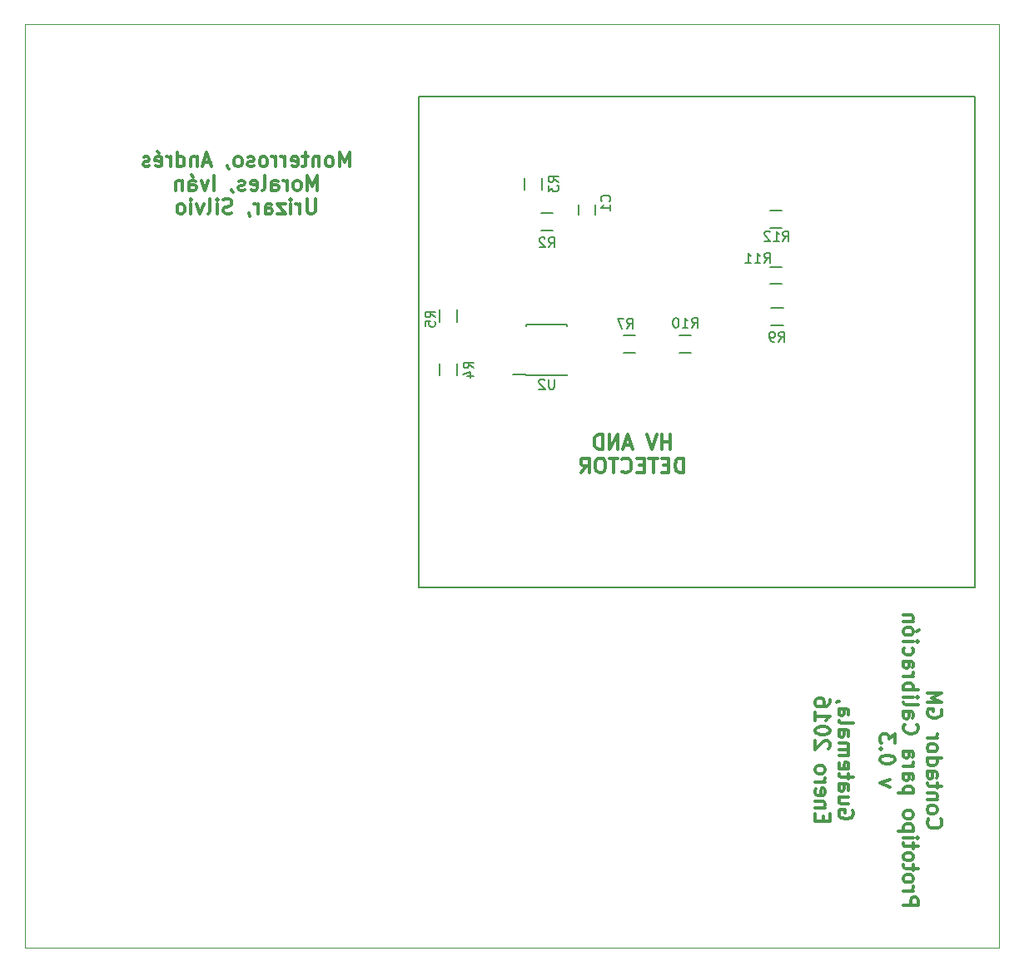
<source format=gbo>
%TF.GenerationSoftware,KiCad,Pcbnew,4.0.1-stable*%
%TF.CreationDate,2016-01-28T12:53:50-06:00*%
%TF.ProjectId,GMCounter,474D436F756E7465722E6B696361645F,rev?*%
%TF.FileFunction,Legend,Bot*%
%FSLAX46Y46*%
G04 Gerber Fmt 4.6, Leading zero omitted, Abs format (unit mm)*
G04 Created by KiCad (PCBNEW 4.0.1-stable) date 28/01/2016 12:53:50*
%MOMM*%
G01*
G04 APERTURE LIST*
%ADD10C,0.100000*%
%ADD11C,0.200000*%
%ADD12C,0.300000*%
%ADD13C,0.150000*%
G04 APERTURE END LIST*
D10*
D11*
X150368000Y-53086000D02*
X150368000Y-50292000D01*
X150368000Y-100203000D02*
X150368000Y-53086000D01*
X150368000Y-50292000D02*
X93853000Y-50292000D01*
X93853000Y-100203000D02*
X94107000Y-100203000D01*
X93853000Y-50292000D02*
X93853000Y-100203000D01*
X94107000Y-100203000D02*
X150368000Y-100203000D01*
D12*
X119391428Y-86156071D02*
X119391428Y-84656071D01*
X119391428Y-85370357D02*
X118534285Y-85370357D01*
X118534285Y-86156071D02*
X118534285Y-84656071D01*
X118034285Y-84656071D02*
X117534285Y-86156071D01*
X117034285Y-84656071D01*
X115462857Y-85727500D02*
X114748571Y-85727500D01*
X115605714Y-86156071D02*
X115105714Y-84656071D01*
X114605714Y-86156071D01*
X114105714Y-86156071D02*
X114105714Y-84656071D01*
X113248571Y-86156071D01*
X113248571Y-84656071D01*
X112534285Y-86156071D02*
X112534285Y-84656071D01*
X112177142Y-84656071D01*
X111962857Y-84727500D01*
X111819999Y-84870357D01*
X111748571Y-85013214D01*
X111677142Y-85298929D01*
X111677142Y-85513214D01*
X111748571Y-85798929D01*
X111819999Y-85941786D01*
X111962857Y-86084643D01*
X112177142Y-86156071D01*
X112534285Y-86156071D01*
X120748571Y-88556071D02*
X120748571Y-87056071D01*
X120391428Y-87056071D01*
X120177143Y-87127500D01*
X120034285Y-87270357D01*
X119962857Y-87413214D01*
X119891428Y-87698929D01*
X119891428Y-87913214D01*
X119962857Y-88198929D01*
X120034285Y-88341786D01*
X120177143Y-88484643D01*
X120391428Y-88556071D01*
X120748571Y-88556071D01*
X119248571Y-87770357D02*
X118748571Y-87770357D01*
X118534285Y-88556071D02*
X119248571Y-88556071D01*
X119248571Y-87056071D01*
X118534285Y-87056071D01*
X118105714Y-87056071D02*
X117248571Y-87056071D01*
X117677142Y-88556071D02*
X117677142Y-87056071D01*
X116748571Y-87770357D02*
X116248571Y-87770357D01*
X116034285Y-88556071D02*
X116748571Y-88556071D01*
X116748571Y-87056071D01*
X116034285Y-87056071D01*
X114534285Y-88413214D02*
X114605714Y-88484643D01*
X114820000Y-88556071D01*
X114962857Y-88556071D01*
X115177142Y-88484643D01*
X115320000Y-88341786D01*
X115391428Y-88198929D01*
X115462857Y-87913214D01*
X115462857Y-87698929D01*
X115391428Y-87413214D01*
X115320000Y-87270357D01*
X115177142Y-87127500D01*
X114962857Y-87056071D01*
X114820000Y-87056071D01*
X114605714Y-87127500D01*
X114534285Y-87198929D01*
X114105714Y-87056071D02*
X113248571Y-87056071D01*
X113677142Y-88556071D02*
X113677142Y-87056071D01*
X112462857Y-87056071D02*
X112177143Y-87056071D01*
X112034285Y-87127500D01*
X111891428Y-87270357D01*
X111820000Y-87556071D01*
X111820000Y-88056071D01*
X111891428Y-88341786D01*
X112034285Y-88484643D01*
X112177143Y-88556071D01*
X112462857Y-88556071D01*
X112605714Y-88484643D01*
X112748571Y-88341786D01*
X112820000Y-88056071D01*
X112820000Y-87556071D01*
X112748571Y-87270357D01*
X112605714Y-87127500D01*
X112462857Y-87056071D01*
X110319999Y-88556071D02*
X110819999Y-87841786D01*
X111177142Y-88556071D02*
X111177142Y-87056071D01*
X110605714Y-87056071D01*
X110462856Y-87127500D01*
X110391428Y-87198929D01*
X110319999Y-87341786D01*
X110319999Y-87556071D01*
X110391428Y-87698929D01*
X110462856Y-87770357D01*
X110605714Y-87841786D01*
X111177142Y-87841786D01*
X145691786Y-123792500D02*
X145620357Y-123863929D01*
X145548929Y-124078215D01*
X145548929Y-124221072D01*
X145620357Y-124435357D01*
X145763214Y-124578215D01*
X145906071Y-124649643D01*
X146191786Y-124721072D01*
X146406071Y-124721072D01*
X146691786Y-124649643D01*
X146834643Y-124578215D01*
X146977500Y-124435357D01*
X147048929Y-124221072D01*
X147048929Y-124078215D01*
X146977500Y-123863929D01*
X146906071Y-123792500D01*
X145548929Y-122935357D02*
X145620357Y-123078215D01*
X145691786Y-123149643D01*
X145834643Y-123221072D01*
X146263214Y-123221072D01*
X146406071Y-123149643D01*
X146477500Y-123078215D01*
X146548929Y-122935357D01*
X146548929Y-122721072D01*
X146477500Y-122578215D01*
X146406071Y-122506786D01*
X146263214Y-122435357D01*
X145834643Y-122435357D01*
X145691786Y-122506786D01*
X145620357Y-122578215D01*
X145548929Y-122721072D01*
X145548929Y-122935357D01*
X146548929Y-121792500D02*
X145548929Y-121792500D01*
X146406071Y-121792500D02*
X146477500Y-121721072D01*
X146548929Y-121578214D01*
X146548929Y-121363929D01*
X146477500Y-121221072D01*
X146334643Y-121149643D01*
X145548929Y-121149643D01*
X146548929Y-120649643D02*
X146548929Y-120078214D01*
X147048929Y-120435357D02*
X145763214Y-120435357D01*
X145620357Y-120363929D01*
X145548929Y-120221071D01*
X145548929Y-120078214D01*
X145548929Y-118935357D02*
X146334643Y-118935357D01*
X146477500Y-119006786D01*
X146548929Y-119149643D01*
X146548929Y-119435357D01*
X146477500Y-119578214D01*
X145620357Y-118935357D02*
X145548929Y-119078214D01*
X145548929Y-119435357D01*
X145620357Y-119578214D01*
X145763214Y-119649643D01*
X145906071Y-119649643D01*
X146048929Y-119578214D01*
X146120357Y-119435357D01*
X146120357Y-119078214D01*
X146191786Y-118935357D01*
X145548929Y-117578214D02*
X147048929Y-117578214D01*
X145620357Y-117578214D02*
X145548929Y-117721071D01*
X145548929Y-118006785D01*
X145620357Y-118149643D01*
X145691786Y-118221071D01*
X145834643Y-118292500D01*
X146263214Y-118292500D01*
X146406071Y-118221071D01*
X146477500Y-118149643D01*
X146548929Y-118006785D01*
X146548929Y-117721071D01*
X146477500Y-117578214D01*
X145548929Y-116649642D02*
X145620357Y-116792500D01*
X145691786Y-116863928D01*
X145834643Y-116935357D01*
X146263214Y-116935357D01*
X146406071Y-116863928D01*
X146477500Y-116792500D01*
X146548929Y-116649642D01*
X146548929Y-116435357D01*
X146477500Y-116292500D01*
X146406071Y-116221071D01*
X146263214Y-116149642D01*
X145834643Y-116149642D01*
X145691786Y-116221071D01*
X145620357Y-116292500D01*
X145548929Y-116435357D01*
X145548929Y-116649642D01*
X145548929Y-115506785D02*
X146548929Y-115506785D01*
X146263214Y-115506785D02*
X146406071Y-115435357D01*
X146477500Y-115363928D01*
X146548929Y-115221071D01*
X146548929Y-115078214D01*
X146977500Y-112649643D02*
X147048929Y-112792500D01*
X147048929Y-113006786D01*
X146977500Y-113221071D01*
X146834643Y-113363929D01*
X146691786Y-113435357D01*
X146406071Y-113506786D01*
X146191786Y-113506786D01*
X145906071Y-113435357D01*
X145763214Y-113363929D01*
X145620357Y-113221071D01*
X145548929Y-113006786D01*
X145548929Y-112863929D01*
X145620357Y-112649643D01*
X145691786Y-112578214D01*
X146191786Y-112578214D01*
X146191786Y-112863929D01*
X145548929Y-111935357D02*
X147048929Y-111935357D01*
X145977500Y-111435357D01*
X147048929Y-110935357D01*
X145548929Y-110935357D01*
X143148929Y-132578214D02*
X144648929Y-132578214D01*
X144648929Y-132006786D01*
X144577500Y-131863928D01*
X144506071Y-131792500D01*
X144363214Y-131721071D01*
X144148929Y-131721071D01*
X144006071Y-131792500D01*
X143934643Y-131863928D01*
X143863214Y-132006786D01*
X143863214Y-132578214D01*
X143148929Y-131078214D02*
X144148929Y-131078214D01*
X143863214Y-131078214D02*
X144006071Y-131006786D01*
X144077500Y-130935357D01*
X144148929Y-130792500D01*
X144148929Y-130649643D01*
X143148929Y-129935357D02*
X143220357Y-130078215D01*
X143291786Y-130149643D01*
X143434643Y-130221072D01*
X143863214Y-130221072D01*
X144006071Y-130149643D01*
X144077500Y-130078215D01*
X144148929Y-129935357D01*
X144148929Y-129721072D01*
X144077500Y-129578215D01*
X144006071Y-129506786D01*
X143863214Y-129435357D01*
X143434643Y-129435357D01*
X143291786Y-129506786D01*
X143220357Y-129578215D01*
X143148929Y-129721072D01*
X143148929Y-129935357D01*
X144148929Y-129006786D02*
X144148929Y-128435357D01*
X144648929Y-128792500D02*
X143363214Y-128792500D01*
X143220357Y-128721072D01*
X143148929Y-128578214D01*
X143148929Y-128435357D01*
X143148929Y-127721071D02*
X143220357Y-127863929D01*
X143291786Y-127935357D01*
X143434643Y-128006786D01*
X143863214Y-128006786D01*
X144006071Y-127935357D01*
X144077500Y-127863929D01*
X144148929Y-127721071D01*
X144148929Y-127506786D01*
X144077500Y-127363929D01*
X144006071Y-127292500D01*
X143863214Y-127221071D01*
X143434643Y-127221071D01*
X143291786Y-127292500D01*
X143220357Y-127363929D01*
X143148929Y-127506786D01*
X143148929Y-127721071D01*
X144148929Y-126792500D02*
X144148929Y-126221071D01*
X144648929Y-126578214D02*
X143363214Y-126578214D01*
X143220357Y-126506786D01*
X143148929Y-126363928D01*
X143148929Y-126221071D01*
X143148929Y-125721071D02*
X144148929Y-125721071D01*
X144648929Y-125721071D02*
X144577500Y-125792500D01*
X144506071Y-125721071D01*
X144577500Y-125649643D01*
X144648929Y-125721071D01*
X144506071Y-125721071D01*
X144148929Y-125006785D02*
X142648929Y-125006785D01*
X144077500Y-125006785D02*
X144148929Y-124863928D01*
X144148929Y-124578214D01*
X144077500Y-124435357D01*
X144006071Y-124363928D01*
X143863214Y-124292499D01*
X143434643Y-124292499D01*
X143291786Y-124363928D01*
X143220357Y-124435357D01*
X143148929Y-124578214D01*
X143148929Y-124863928D01*
X143220357Y-125006785D01*
X143148929Y-123435356D02*
X143220357Y-123578214D01*
X143291786Y-123649642D01*
X143434643Y-123721071D01*
X143863214Y-123721071D01*
X144006071Y-123649642D01*
X144077500Y-123578214D01*
X144148929Y-123435356D01*
X144148929Y-123221071D01*
X144077500Y-123078214D01*
X144006071Y-123006785D01*
X143863214Y-122935356D01*
X143434643Y-122935356D01*
X143291786Y-123006785D01*
X143220357Y-123078214D01*
X143148929Y-123221071D01*
X143148929Y-123435356D01*
X144148929Y-121149642D02*
X142648929Y-121149642D01*
X144077500Y-121149642D02*
X144148929Y-121006785D01*
X144148929Y-120721071D01*
X144077500Y-120578214D01*
X144006071Y-120506785D01*
X143863214Y-120435356D01*
X143434643Y-120435356D01*
X143291786Y-120506785D01*
X143220357Y-120578214D01*
X143148929Y-120721071D01*
X143148929Y-121006785D01*
X143220357Y-121149642D01*
X143148929Y-119149642D02*
X143934643Y-119149642D01*
X144077500Y-119221071D01*
X144148929Y-119363928D01*
X144148929Y-119649642D01*
X144077500Y-119792499D01*
X143220357Y-119149642D02*
X143148929Y-119292499D01*
X143148929Y-119649642D01*
X143220357Y-119792499D01*
X143363214Y-119863928D01*
X143506071Y-119863928D01*
X143648929Y-119792499D01*
X143720357Y-119649642D01*
X143720357Y-119292499D01*
X143791786Y-119149642D01*
X143148929Y-118435356D02*
X144148929Y-118435356D01*
X143863214Y-118435356D02*
X144006071Y-118363928D01*
X144077500Y-118292499D01*
X144148929Y-118149642D01*
X144148929Y-118006785D01*
X143148929Y-116863928D02*
X143934643Y-116863928D01*
X144077500Y-116935357D01*
X144148929Y-117078214D01*
X144148929Y-117363928D01*
X144077500Y-117506785D01*
X143220357Y-116863928D02*
X143148929Y-117006785D01*
X143148929Y-117363928D01*
X143220357Y-117506785D01*
X143363214Y-117578214D01*
X143506071Y-117578214D01*
X143648929Y-117506785D01*
X143720357Y-117363928D01*
X143720357Y-117006785D01*
X143791786Y-116863928D01*
X143291786Y-114149642D02*
X143220357Y-114221071D01*
X143148929Y-114435357D01*
X143148929Y-114578214D01*
X143220357Y-114792499D01*
X143363214Y-114935357D01*
X143506071Y-115006785D01*
X143791786Y-115078214D01*
X144006071Y-115078214D01*
X144291786Y-115006785D01*
X144434643Y-114935357D01*
X144577500Y-114792499D01*
X144648929Y-114578214D01*
X144648929Y-114435357D01*
X144577500Y-114221071D01*
X144506071Y-114149642D01*
X143148929Y-112863928D02*
X143934643Y-112863928D01*
X144077500Y-112935357D01*
X144148929Y-113078214D01*
X144148929Y-113363928D01*
X144077500Y-113506785D01*
X143220357Y-112863928D02*
X143148929Y-113006785D01*
X143148929Y-113363928D01*
X143220357Y-113506785D01*
X143363214Y-113578214D01*
X143506071Y-113578214D01*
X143648929Y-113506785D01*
X143720357Y-113363928D01*
X143720357Y-113006785D01*
X143791786Y-112863928D01*
X143148929Y-111935356D02*
X143220357Y-112078214D01*
X143363214Y-112149642D01*
X144648929Y-112149642D01*
X143148929Y-111363928D02*
X144148929Y-111363928D01*
X144648929Y-111363928D02*
X144577500Y-111435357D01*
X144506071Y-111363928D01*
X144577500Y-111292500D01*
X144648929Y-111363928D01*
X144506071Y-111363928D01*
X143148929Y-110649642D02*
X144648929Y-110649642D01*
X144077500Y-110649642D02*
X144148929Y-110506785D01*
X144148929Y-110221071D01*
X144077500Y-110078214D01*
X144006071Y-110006785D01*
X143863214Y-109935356D01*
X143434643Y-109935356D01*
X143291786Y-110006785D01*
X143220357Y-110078214D01*
X143148929Y-110221071D01*
X143148929Y-110506785D01*
X143220357Y-110649642D01*
X143148929Y-109292499D02*
X144148929Y-109292499D01*
X143863214Y-109292499D02*
X144006071Y-109221071D01*
X144077500Y-109149642D01*
X144148929Y-109006785D01*
X144148929Y-108863928D01*
X143148929Y-107721071D02*
X143934643Y-107721071D01*
X144077500Y-107792500D01*
X144148929Y-107935357D01*
X144148929Y-108221071D01*
X144077500Y-108363928D01*
X143220357Y-107721071D02*
X143148929Y-107863928D01*
X143148929Y-108221071D01*
X143220357Y-108363928D01*
X143363214Y-108435357D01*
X143506071Y-108435357D01*
X143648929Y-108363928D01*
X143720357Y-108221071D01*
X143720357Y-107863928D01*
X143791786Y-107721071D01*
X143220357Y-106363928D02*
X143148929Y-106506785D01*
X143148929Y-106792499D01*
X143220357Y-106935357D01*
X143291786Y-107006785D01*
X143434643Y-107078214D01*
X143863214Y-107078214D01*
X144006071Y-107006785D01*
X144077500Y-106935357D01*
X144148929Y-106792499D01*
X144148929Y-106506785D01*
X144077500Y-106363928D01*
X143148929Y-105721071D02*
X144148929Y-105721071D01*
X144648929Y-105721071D02*
X144577500Y-105792500D01*
X144506071Y-105721071D01*
X144577500Y-105649643D01*
X144648929Y-105721071D01*
X144506071Y-105721071D01*
X143148929Y-104792499D02*
X143220357Y-104935357D01*
X143291786Y-105006785D01*
X143434643Y-105078214D01*
X143863214Y-105078214D01*
X144006071Y-105006785D01*
X144077500Y-104935357D01*
X144148929Y-104792499D01*
X144148929Y-104578214D01*
X144077500Y-104435357D01*
X144006071Y-104363928D01*
X143863214Y-104292499D01*
X143434643Y-104292499D01*
X143291786Y-104363928D01*
X143220357Y-104435357D01*
X143148929Y-104578214D01*
X143148929Y-104792499D01*
X144720357Y-104506785D02*
X144506071Y-104721071D01*
X144148929Y-103649642D02*
X143148929Y-103649642D01*
X144006071Y-103649642D02*
X144077500Y-103578214D01*
X144148929Y-103435356D01*
X144148929Y-103221071D01*
X144077500Y-103078214D01*
X143934643Y-103006785D01*
X143148929Y-103006785D01*
X141748929Y-120506785D02*
X140748929Y-120149642D01*
X141748929Y-119792500D01*
X142248929Y-117792500D02*
X142248929Y-117649643D01*
X142177500Y-117506786D01*
X142106071Y-117435357D01*
X141963214Y-117363928D01*
X141677500Y-117292500D01*
X141320357Y-117292500D01*
X141034643Y-117363928D01*
X140891786Y-117435357D01*
X140820357Y-117506786D01*
X140748929Y-117649643D01*
X140748929Y-117792500D01*
X140820357Y-117935357D01*
X140891786Y-118006786D01*
X141034643Y-118078214D01*
X141320357Y-118149643D01*
X141677500Y-118149643D01*
X141963214Y-118078214D01*
X142106071Y-118006786D01*
X142177500Y-117935357D01*
X142248929Y-117792500D01*
X140891786Y-116649643D02*
X140820357Y-116578215D01*
X140748929Y-116649643D01*
X140820357Y-116721072D01*
X140891786Y-116649643D01*
X140748929Y-116649643D01*
X142248929Y-116078214D02*
X142248929Y-115149643D01*
X141677500Y-115649643D01*
X141677500Y-115435357D01*
X141606071Y-115292500D01*
X141534643Y-115221071D01*
X141391786Y-115149643D01*
X141034643Y-115149643D01*
X140891786Y-115221071D01*
X140820357Y-115292500D01*
X140748929Y-115435357D01*
X140748929Y-115863929D01*
X140820357Y-116006786D01*
X140891786Y-116078214D01*
X86791285Y-57397071D02*
X86791285Y-55897071D01*
X86291285Y-56968500D01*
X85791285Y-55897071D01*
X85791285Y-57397071D01*
X84862713Y-57397071D02*
X85005571Y-57325643D01*
X85076999Y-57254214D01*
X85148428Y-57111357D01*
X85148428Y-56682786D01*
X85076999Y-56539929D01*
X85005571Y-56468500D01*
X84862713Y-56397071D01*
X84648428Y-56397071D01*
X84505571Y-56468500D01*
X84434142Y-56539929D01*
X84362713Y-56682786D01*
X84362713Y-57111357D01*
X84434142Y-57254214D01*
X84505571Y-57325643D01*
X84648428Y-57397071D01*
X84862713Y-57397071D01*
X83719856Y-56397071D02*
X83719856Y-57397071D01*
X83719856Y-56539929D02*
X83648428Y-56468500D01*
X83505570Y-56397071D01*
X83291285Y-56397071D01*
X83148428Y-56468500D01*
X83076999Y-56611357D01*
X83076999Y-57397071D01*
X82576999Y-56397071D02*
X82005570Y-56397071D01*
X82362713Y-55897071D02*
X82362713Y-57182786D01*
X82291285Y-57325643D01*
X82148427Y-57397071D01*
X82005570Y-57397071D01*
X80934142Y-57325643D02*
X81076999Y-57397071D01*
X81362713Y-57397071D01*
X81505570Y-57325643D01*
X81576999Y-57182786D01*
X81576999Y-56611357D01*
X81505570Y-56468500D01*
X81362713Y-56397071D01*
X81076999Y-56397071D01*
X80934142Y-56468500D01*
X80862713Y-56611357D01*
X80862713Y-56754214D01*
X81576999Y-56897071D01*
X80219856Y-57397071D02*
X80219856Y-56397071D01*
X80219856Y-56682786D02*
X80148428Y-56539929D01*
X80076999Y-56468500D01*
X79934142Y-56397071D01*
X79791285Y-56397071D01*
X79291285Y-57397071D02*
X79291285Y-56397071D01*
X79291285Y-56682786D02*
X79219857Y-56539929D01*
X79148428Y-56468500D01*
X79005571Y-56397071D01*
X78862714Y-56397071D01*
X78148428Y-57397071D02*
X78291286Y-57325643D01*
X78362714Y-57254214D01*
X78434143Y-57111357D01*
X78434143Y-56682786D01*
X78362714Y-56539929D01*
X78291286Y-56468500D01*
X78148428Y-56397071D01*
X77934143Y-56397071D01*
X77791286Y-56468500D01*
X77719857Y-56539929D01*
X77648428Y-56682786D01*
X77648428Y-57111357D01*
X77719857Y-57254214D01*
X77791286Y-57325643D01*
X77934143Y-57397071D01*
X78148428Y-57397071D01*
X77077000Y-57325643D02*
X76934143Y-57397071D01*
X76648428Y-57397071D01*
X76505571Y-57325643D01*
X76434143Y-57182786D01*
X76434143Y-57111357D01*
X76505571Y-56968500D01*
X76648428Y-56897071D01*
X76862714Y-56897071D01*
X77005571Y-56825643D01*
X77077000Y-56682786D01*
X77077000Y-56611357D01*
X77005571Y-56468500D01*
X76862714Y-56397071D01*
X76648428Y-56397071D01*
X76505571Y-56468500D01*
X75576999Y-57397071D02*
X75719857Y-57325643D01*
X75791285Y-57254214D01*
X75862714Y-57111357D01*
X75862714Y-56682786D01*
X75791285Y-56539929D01*
X75719857Y-56468500D01*
X75576999Y-56397071D01*
X75362714Y-56397071D01*
X75219857Y-56468500D01*
X75148428Y-56539929D01*
X75076999Y-56682786D01*
X75076999Y-57111357D01*
X75148428Y-57254214D01*
X75219857Y-57325643D01*
X75362714Y-57397071D01*
X75576999Y-57397071D01*
X74362714Y-57325643D02*
X74362714Y-57397071D01*
X74434142Y-57539929D01*
X74505571Y-57611357D01*
X72648428Y-56968500D02*
X71934142Y-56968500D01*
X72791285Y-57397071D02*
X72291285Y-55897071D01*
X71791285Y-57397071D01*
X71291285Y-56397071D02*
X71291285Y-57397071D01*
X71291285Y-56539929D02*
X71219857Y-56468500D01*
X71076999Y-56397071D01*
X70862714Y-56397071D01*
X70719857Y-56468500D01*
X70648428Y-56611357D01*
X70648428Y-57397071D01*
X69291285Y-57397071D02*
X69291285Y-55897071D01*
X69291285Y-57325643D02*
X69434142Y-57397071D01*
X69719856Y-57397071D01*
X69862714Y-57325643D01*
X69934142Y-57254214D01*
X70005571Y-57111357D01*
X70005571Y-56682786D01*
X69934142Y-56539929D01*
X69862714Y-56468500D01*
X69719856Y-56397071D01*
X69434142Y-56397071D01*
X69291285Y-56468500D01*
X68576999Y-57397071D02*
X68576999Y-56397071D01*
X68576999Y-56682786D02*
X68505571Y-56539929D01*
X68434142Y-56468500D01*
X68291285Y-56397071D01*
X68148428Y-56397071D01*
X67077000Y-57325643D02*
X67219857Y-57397071D01*
X67505571Y-57397071D01*
X67648428Y-57325643D01*
X67719857Y-57182786D01*
X67719857Y-56611357D01*
X67648428Y-56468500D01*
X67505571Y-56397071D01*
X67219857Y-56397071D01*
X67077000Y-56468500D01*
X67005571Y-56611357D01*
X67005571Y-56754214D01*
X67719857Y-56897071D01*
X67219857Y-55825643D02*
X67434142Y-56039929D01*
X66434143Y-57325643D02*
X66291286Y-57397071D01*
X66005571Y-57397071D01*
X65862714Y-57325643D01*
X65791286Y-57182786D01*
X65791286Y-57111357D01*
X65862714Y-56968500D01*
X66005571Y-56897071D01*
X66219857Y-56897071D01*
X66362714Y-56825643D01*
X66434143Y-56682786D01*
X66434143Y-56611357D01*
X66362714Y-56468500D01*
X66219857Y-56397071D01*
X66005571Y-56397071D01*
X65862714Y-56468500D01*
X83505571Y-59797071D02*
X83505571Y-58297071D01*
X83005571Y-59368500D01*
X82505571Y-58297071D01*
X82505571Y-59797071D01*
X81576999Y-59797071D02*
X81719857Y-59725643D01*
X81791285Y-59654214D01*
X81862714Y-59511357D01*
X81862714Y-59082786D01*
X81791285Y-58939929D01*
X81719857Y-58868500D01*
X81576999Y-58797071D01*
X81362714Y-58797071D01*
X81219857Y-58868500D01*
X81148428Y-58939929D01*
X81076999Y-59082786D01*
X81076999Y-59511357D01*
X81148428Y-59654214D01*
X81219857Y-59725643D01*
X81362714Y-59797071D01*
X81576999Y-59797071D01*
X80434142Y-59797071D02*
X80434142Y-58797071D01*
X80434142Y-59082786D02*
X80362714Y-58939929D01*
X80291285Y-58868500D01*
X80148428Y-58797071D01*
X80005571Y-58797071D01*
X78862714Y-59797071D02*
X78862714Y-59011357D01*
X78934143Y-58868500D01*
X79077000Y-58797071D01*
X79362714Y-58797071D01*
X79505571Y-58868500D01*
X78862714Y-59725643D02*
X79005571Y-59797071D01*
X79362714Y-59797071D01*
X79505571Y-59725643D01*
X79577000Y-59582786D01*
X79577000Y-59439929D01*
X79505571Y-59297071D01*
X79362714Y-59225643D01*
X79005571Y-59225643D01*
X78862714Y-59154214D01*
X77934142Y-59797071D02*
X78077000Y-59725643D01*
X78148428Y-59582786D01*
X78148428Y-58297071D01*
X76791286Y-59725643D02*
X76934143Y-59797071D01*
X77219857Y-59797071D01*
X77362714Y-59725643D01*
X77434143Y-59582786D01*
X77434143Y-59011357D01*
X77362714Y-58868500D01*
X77219857Y-58797071D01*
X76934143Y-58797071D01*
X76791286Y-58868500D01*
X76719857Y-59011357D01*
X76719857Y-59154214D01*
X77434143Y-59297071D01*
X76148429Y-59725643D02*
X76005572Y-59797071D01*
X75719857Y-59797071D01*
X75577000Y-59725643D01*
X75505572Y-59582786D01*
X75505572Y-59511357D01*
X75577000Y-59368500D01*
X75719857Y-59297071D01*
X75934143Y-59297071D01*
X76077000Y-59225643D01*
X76148429Y-59082786D01*
X76148429Y-59011357D01*
X76077000Y-58868500D01*
X75934143Y-58797071D01*
X75719857Y-58797071D01*
X75577000Y-58868500D01*
X74791286Y-59725643D02*
X74791286Y-59797071D01*
X74862714Y-59939929D01*
X74934143Y-60011357D01*
X73005571Y-59797071D02*
X73005571Y-58297071D01*
X72434142Y-58797071D02*
X72076999Y-59797071D01*
X71719857Y-58797071D01*
X70505571Y-59797071D02*
X70505571Y-59011357D01*
X70577000Y-58868500D01*
X70719857Y-58797071D01*
X71005571Y-58797071D01*
X71148428Y-58868500D01*
X70505571Y-59725643D02*
X70648428Y-59797071D01*
X71005571Y-59797071D01*
X71148428Y-59725643D01*
X71219857Y-59582786D01*
X71219857Y-59439929D01*
X71148428Y-59297071D01*
X71005571Y-59225643D01*
X70648428Y-59225643D01*
X70505571Y-59154214D01*
X70719857Y-58225643D02*
X70934142Y-58439929D01*
X69791285Y-58797071D02*
X69791285Y-59797071D01*
X69791285Y-58939929D02*
X69719857Y-58868500D01*
X69576999Y-58797071D01*
X69362714Y-58797071D01*
X69219857Y-58868500D01*
X69148428Y-59011357D01*
X69148428Y-59797071D01*
X83327000Y-60697071D02*
X83327000Y-61911357D01*
X83255572Y-62054214D01*
X83184143Y-62125643D01*
X83041286Y-62197071D01*
X82755572Y-62197071D01*
X82612714Y-62125643D01*
X82541286Y-62054214D01*
X82469857Y-61911357D01*
X82469857Y-60697071D01*
X81755571Y-62197071D02*
X81755571Y-61197071D01*
X81755571Y-61482786D02*
X81684143Y-61339929D01*
X81612714Y-61268500D01*
X81469857Y-61197071D01*
X81327000Y-61197071D01*
X80827000Y-62197071D02*
X80827000Y-61197071D01*
X80827000Y-60697071D02*
X80898429Y-60768500D01*
X80827000Y-60839929D01*
X80755572Y-60768500D01*
X80827000Y-60697071D01*
X80827000Y-60839929D01*
X80255571Y-61197071D02*
X79469857Y-61197071D01*
X80255571Y-62197071D01*
X79469857Y-62197071D01*
X78255571Y-62197071D02*
X78255571Y-61411357D01*
X78327000Y-61268500D01*
X78469857Y-61197071D01*
X78755571Y-61197071D01*
X78898428Y-61268500D01*
X78255571Y-62125643D02*
X78398428Y-62197071D01*
X78755571Y-62197071D01*
X78898428Y-62125643D01*
X78969857Y-61982786D01*
X78969857Y-61839929D01*
X78898428Y-61697071D01*
X78755571Y-61625643D01*
X78398428Y-61625643D01*
X78255571Y-61554214D01*
X77541285Y-62197071D02*
X77541285Y-61197071D01*
X77541285Y-61482786D02*
X77469857Y-61339929D01*
X77398428Y-61268500D01*
X77255571Y-61197071D01*
X77112714Y-61197071D01*
X76541286Y-62125643D02*
X76541286Y-62197071D01*
X76612714Y-62339929D01*
X76684143Y-62411357D01*
X74827000Y-62125643D02*
X74612714Y-62197071D01*
X74255571Y-62197071D01*
X74112714Y-62125643D01*
X74041285Y-62054214D01*
X73969857Y-61911357D01*
X73969857Y-61768500D01*
X74041285Y-61625643D01*
X74112714Y-61554214D01*
X74255571Y-61482786D01*
X74541285Y-61411357D01*
X74684143Y-61339929D01*
X74755571Y-61268500D01*
X74827000Y-61125643D01*
X74827000Y-60982786D01*
X74755571Y-60839929D01*
X74684143Y-60768500D01*
X74541285Y-60697071D01*
X74184143Y-60697071D01*
X73969857Y-60768500D01*
X73327000Y-62197071D02*
X73327000Y-61197071D01*
X73327000Y-60697071D02*
X73398429Y-60768500D01*
X73327000Y-60839929D01*
X73255572Y-60768500D01*
X73327000Y-60697071D01*
X73327000Y-60839929D01*
X72398428Y-62197071D02*
X72541286Y-62125643D01*
X72612714Y-61982786D01*
X72612714Y-60697071D01*
X71969857Y-61197071D02*
X71612714Y-62197071D01*
X71255572Y-61197071D01*
X70684143Y-62197071D02*
X70684143Y-61197071D01*
X70684143Y-60697071D02*
X70755572Y-60768500D01*
X70684143Y-60839929D01*
X70612715Y-60768500D01*
X70684143Y-60697071D01*
X70684143Y-60839929D01*
X69755571Y-62197071D02*
X69898429Y-62125643D01*
X69969857Y-62054214D01*
X70041286Y-61911357D01*
X70041286Y-61482786D01*
X69969857Y-61339929D01*
X69898429Y-61268500D01*
X69755571Y-61197071D01*
X69541286Y-61197071D01*
X69398429Y-61268500D01*
X69327000Y-61339929D01*
X69255571Y-61482786D01*
X69255571Y-61911357D01*
X69327000Y-62054214D01*
X69398429Y-62125643D01*
X69541286Y-62197071D01*
X69755571Y-62197071D01*
X137992400Y-122922657D02*
X138063829Y-123065514D01*
X138063829Y-123279800D01*
X137992400Y-123494085D01*
X137849543Y-123636943D01*
X137706686Y-123708371D01*
X137420971Y-123779800D01*
X137206686Y-123779800D01*
X136920971Y-123708371D01*
X136778114Y-123636943D01*
X136635257Y-123494085D01*
X136563829Y-123279800D01*
X136563829Y-123136943D01*
X136635257Y-122922657D01*
X136706686Y-122851228D01*
X137206686Y-122851228D01*
X137206686Y-123136943D01*
X137563829Y-121565514D02*
X136563829Y-121565514D01*
X137563829Y-122208371D02*
X136778114Y-122208371D01*
X136635257Y-122136943D01*
X136563829Y-121994085D01*
X136563829Y-121779800D01*
X136635257Y-121636943D01*
X136706686Y-121565514D01*
X136563829Y-120208371D02*
X137349543Y-120208371D01*
X137492400Y-120279800D01*
X137563829Y-120422657D01*
X137563829Y-120708371D01*
X137492400Y-120851228D01*
X136635257Y-120208371D02*
X136563829Y-120351228D01*
X136563829Y-120708371D01*
X136635257Y-120851228D01*
X136778114Y-120922657D01*
X136920971Y-120922657D01*
X137063829Y-120851228D01*
X137135257Y-120708371D01*
X137135257Y-120351228D01*
X137206686Y-120208371D01*
X137563829Y-119708371D02*
X137563829Y-119136942D01*
X138063829Y-119494085D02*
X136778114Y-119494085D01*
X136635257Y-119422657D01*
X136563829Y-119279799D01*
X136563829Y-119136942D01*
X136635257Y-118065514D02*
X136563829Y-118208371D01*
X136563829Y-118494085D01*
X136635257Y-118636942D01*
X136778114Y-118708371D01*
X137349543Y-118708371D01*
X137492400Y-118636942D01*
X137563829Y-118494085D01*
X137563829Y-118208371D01*
X137492400Y-118065514D01*
X137349543Y-117994085D01*
X137206686Y-117994085D01*
X137063829Y-118708371D01*
X136563829Y-117351228D02*
X137563829Y-117351228D01*
X137420971Y-117351228D02*
X137492400Y-117279800D01*
X137563829Y-117136942D01*
X137563829Y-116922657D01*
X137492400Y-116779800D01*
X137349543Y-116708371D01*
X136563829Y-116708371D01*
X137349543Y-116708371D02*
X137492400Y-116636942D01*
X137563829Y-116494085D01*
X137563829Y-116279800D01*
X137492400Y-116136942D01*
X137349543Y-116065514D01*
X136563829Y-116065514D01*
X136563829Y-114708371D02*
X137349543Y-114708371D01*
X137492400Y-114779800D01*
X137563829Y-114922657D01*
X137563829Y-115208371D01*
X137492400Y-115351228D01*
X136635257Y-114708371D02*
X136563829Y-114851228D01*
X136563829Y-115208371D01*
X136635257Y-115351228D01*
X136778114Y-115422657D01*
X136920971Y-115422657D01*
X137063829Y-115351228D01*
X137135257Y-115208371D01*
X137135257Y-114851228D01*
X137206686Y-114708371D01*
X136563829Y-113779799D02*
X136635257Y-113922657D01*
X136778114Y-113994085D01*
X138063829Y-113994085D01*
X136563829Y-112565514D02*
X137349543Y-112565514D01*
X137492400Y-112636943D01*
X137563829Y-112779800D01*
X137563829Y-113065514D01*
X137492400Y-113208371D01*
X136635257Y-112565514D02*
X136563829Y-112708371D01*
X136563829Y-113065514D01*
X136635257Y-113208371D01*
X136778114Y-113279800D01*
X136920971Y-113279800D01*
X137063829Y-113208371D01*
X137135257Y-113065514D01*
X137135257Y-112708371D01*
X137206686Y-112565514D01*
X136635257Y-111779800D02*
X136563829Y-111779800D01*
X136420971Y-111851228D01*
X136349543Y-111922657D01*
X134949543Y-123994084D02*
X134949543Y-123494084D01*
X134163829Y-123279798D02*
X134163829Y-123994084D01*
X135663829Y-123994084D01*
X135663829Y-123279798D01*
X135163829Y-122636941D02*
X134163829Y-122636941D01*
X135020971Y-122636941D02*
X135092400Y-122565513D01*
X135163829Y-122422655D01*
X135163829Y-122208370D01*
X135092400Y-122065513D01*
X134949543Y-121994084D01*
X134163829Y-121994084D01*
X134235257Y-120708370D02*
X134163829Y-120851227D01*
X134163829Y-121136941D01*
X134235257Y-121279798D01*
X134378114Y-121351227D01*
X134949543Y-121351227D01*
X135092400Y-121279798D01*
X135163829Y-121136941D01*
X135163829Y-120851227D01*
X135092400Y-120708370D01*
X134949543Y-120636941D01*
X134806686Y-120636941D01*
X134663829Y-121351227D01*
X134163829Y-119994084D02*
X135163829Y-119994084D01*
X134878114Y-119994084D02*
X135020971Y-119922656D01*
X135092400Y-119851227D01*
X135163829Y-119708370D01*
X135163829Y-119565513D01*
X134163829Y-118851227D02*
X134235257Y-118994085D01*
X134306686Y-119065513D01*
X134449543Y-119136942D01*
X134878114Y-119136942D01*
X135020971Y-119065513D01*
X135092400Y-118994085D01*
X135163829Y-118851227D01*
X135163829Y-118636942D01*
X135092400Y-118494085D01*
X135020971Y-118422656D01*
X134878114Y-118351227D01*
X134449543Y-118351227D01*
X134306686Y-118422656D01*
X134235257Y-118494085D01*
X134163829Y-118636942D01*
X134163829Y-118851227D01*
X135520971Y-116636942D02*
X135592400Y-116565513D01*
X135663829Y-116422656D01*
X135663829Y-116065513D01*
X135592400Y-115922656D01*
X135520971Y-115851227D01*
X135378114Y-115779799D01*
X135235257Y-115779799D01*
X135020971Y-115851227D01*
X134163829Y-116708370D01*
X134163829Y-115779799D01*
X135663829Y-114851228D02*
X135663829Y-114708371D01*
X135592400Y-114565514D01*
X135520971Y-114494085D01*
X135378114Y-114422656D01*
X135092400Y-114351228D01*
X134735257Y-114351228D01*
X134449543Y-114422656D01*
X134306686Y-114494085D01*
X134235257Y-114565514D01*
X134163829Y-114708371D01*
X134163829Y-114851228D01*
X134235257Y-114994085D01*
X134306686Y-115065514D01*
X134449543Y-115136942D01*
X134735257Y-115208371D01*
X135092400Y-115208371D01*
X135378114Y-115136942D01*
X135520971Y-115065514D01*
X135592400Y-114994085D01*
X135663829Y-114851228D01*
X134163829Y-112922657D02*
X134163829Y-113779800D01*
X134163829Y-113351228D02*
X135663829Y-113351228D01*
X135449543Y-113494085D01*
X135306686Y-113636943D01*
X135235257Y-113779800D01*
X135663829Y-111636943D02*
X135663829Y-111922657D01*
X135592400Y-112065514D01*
X135520971Y-112136943D01*
X135306686Y-112279800D01*
X135020971Y-112351229D01*
X134449543Y-112351229D01*
X134306686Y-112279800D01*
X134235257Y-112208372D01*
X134163829Y-112065514D01*
X134163829Y-111779800D01*
X134235257Y-111636943D01*
X134306686Y-111565514D01*
X134449543Y-111494086D01*
X134806686Y-111494086D01*
X134949543Y-111565514D01*
X135020971Y-111636943D01*
X135092400Y-111779800D01*
X135092400Y-112065514D01*
X135020971Y-112208372D01*
X134949543Y-112279800D01*
X134806686Y-112351229D01*
D10*
X152844500Y-42862500D02*
X152844500Y-136842500D01*
X53784500Y-42862500D02*
X152844500Y-42862500D01*
X53784500Y-136842500D02*
X53784500Y-42862500D01*
X152844500Y-136842500D02*
X53784500Y-136842500D01*
D13*
X106275990Y-63897058D02*
X107475990Y-63897058D01*
X107475990Y-62147058D02*
X106275990Y-62147058D01*
X104603990Y-58532058D02*
X104603990Y-59732058D01*
X106353990Y-59732058D02*
X106353990Y-58532058D01*
X95962500Y-77458000D02*
X95962500Y-78658000D01*
X97712500Y-78658000D02*
X97712500Y-77458000D01*
X97712500Y-73164000D02*
X97712500Y-71964000D01*
X95962500Y-71964000D02*
X95962500Y-73164000D01*
X115852500Y-74563000D02*
X114652500Y-74563000D01*
X114652500Y-76313000D02*
X115852500Y-76313000D01*
X130885500Y-71769000D02*
X129685500Y-71769000D01*
X129685500Y-73519000D02*
X130885500Y-73519000D01*
X120367500Y-76313000D02*
X121567500Y-76313000D01*
X121567500Y-74563000D02*
X120367500Y-74563000D01*
X129591500Y-69328000D02*
X130791500Y-69328000D01*
X130791500Y-67578000D02*
X129591500Y-67578000D01*
X130758500Y-61863000D02*
X129558500Y-61863000D01*
X129558500Y-63613000D02*
X130758500Y-63613000D01*
X104795500Y-78648000D02*
X104795500Y-78503000D01*
X108945500Y-78648000D02*
X108945500Y-78503000D01*
X108945500Y-73498000D02*
X108945500Y-73643000D01*
X104795500Y-73498000D02*
X104795500Y-73643000D01*
X104795500Y-78648000D02*
X108945500Y-78648000D01*
X104795500Y-73498000D02*
X108945500Y-73498000D01*
X104795500Y-78503000D02*
X103395500Y-78503000D01*
X111789990Y-61272058D02*
X111789990Y-62272058D01*
X110089990Y-62272058D02*
X110089990Y-61272058D01*
X107037166Y-65603381D02*
X107370500Y-65127190D01*
X107608595Y-65603381D02*
X107608595Y-64603381D01*
X107227642Y-64603381D01*
X107132404Y-64651000D01*
X107084785Y-64698619D01*
X107037166Y-64793857D01*
X107037166Y-64936714D01*
X107084785Y-65031952D01*
X107132404Y-65079571D01*
X107227642Y-65127190D01*
X107608595Y-65127190D01*
X106656214Y-64698619D02*
X106608595Y-64651000D01*
X106513357Y-64603381D01*
X106275261Y-64603381D01*
X106180023Y-64651000D01*
X106132404Y-64698619D01*
X106084785Y-64793857D01*
X106084785Y-64889095D01*
X106132404Y-65031952D01*
X106703833Y-65603381D01*
X106084785Y-65603381D01*
X108031371Y-58965392D02*
X107555180Y-58632058D01*
X108031371Y-58393963D02*
X107031371Y-58393963D01*
X107031371Y-58774916D01*
X107078990Y-58870154D01*
X107126609Y-58917773D01*
X107221847Y-58965392D01*
X107364704Y-58965392D01*
X107459942Y-58917773D01*
X107507561Y-58870154D01*
X107555180Y-58774916D01*
X107555180Y-58393963D01*
X107031371Y-59298725D02*
X107031371Y-59917773D01*
X107412323Y-59584439D01*
X107412323Y-59727297D01*
X107459942Y-59822535D01*
X107507561Y-59870154D01*
X107602800Y-59917773D01*
X107840895Y-59917773D01*
X107936133Y-59870154D01*
X107983752Y-59822535D01*
X108031371Y-59727297D01*
X108031371Y-59441582D01*
X107983752Y-59346344D01*
X107936133Y-59298725D01*
X99389881Y-77891334D02*
X98913690Y-77558000D01*
X99389881Y-77319905D02*
X98389881Y-77319905D01*
X98389881Y-77700858D01*
X98437500Y-77796096D01*
X98485119Y-77843715D01*
X98580357Y-77891334D01*
X98723214Y-77891334D01*
X98818452Y-77843715D01*
X98866071Y-77796096D01*
X98913690Y-77700858D01*
X98913690Y-77319905D01*
X98723214Y-78748477D02*
X99389881Y-78748477D01*
X98342262Y-78510381D02*
X99056548Y-78272286D01*
X99056548Y-78891334D01*
X95511881Y-72731334D02*
X95035690Y-72398000D01*
X95511881Y-72159905D02*
X94511881Y-72159905D01*
X94511881Y-72540858D01*
X94559500Y-72636096D01*
X94607119Y-72683715D01*
X94702357Y-72731334D01*
X94845214Y-72731334D01*
X94940452Y-72683715D01*
X94988071Y-72636096D01*
X95035690Y-72540858D01*
X95035690Y-72159905D01*
X94511881Y-73636096D02*
X94511881Y-73159905D01*
X94988071Y-73112286D01*
X94940452Y-73159905D01*
X94892833Y-73255143D01*
X94892833Y-73493239D01*
X94940452Y-73588477D01*
X94988071Y-73636096D01*
X95083310Y-73683715D01*
X95321405Y-73683715D01*
X95416643Y-73636096D01*
X95464262Y-73588477D01*
X95511881Y-73493239D01*
X95511881Y-73255143D01*
X95464262Y-73159905D01*
X95416643Y-73112286D01*
X115038166Y-73858381D02*
X115371500Y-73382190D01*
X115609595Y-73858381D02*
X115609595Y-72858381D01*
X115228642Y-72858381D01*
X115133404Y-72906000D01*
X115085785Y-72953619D01*
X115038166Y-73048857D01*
X115038166Y-73191714D01*
X115085785Y-73286952D01*
X115133404Y-73334571D01*
X115228642Y-73382190D01*
X115609595Y-73382190D01*
X114704833Y-72858381D02*
X114038166Y-72858381D01*
X114466738Y-73858381D01*
X130452166Y-75196381D02*
X130785500Y-74720190D01*
X131023595Y-75196381D02*
X131023595Y-74196381D01*
X130642642Y-74196381D01*
X130547404Y-74244000D01*
X130499785Y-74291619D01*
X130452166Y-74386857D01*
X130452166Y-74529714D01*
X130499785Y-74624952D01*
X130547404Y-74672571D01*
X130642642Y-74720190D01*
X131023595Y-74720190D01*
X129975976Y-75196381D02*
X129785500Y-75196381D01*
X129690261Y-75148762D01*
X129642642Y-75101143D01*
X129547404Y-74958286D01*
X129499785Y-74767810D01*
X129499785Y-74386857D01*
X129547404Y-74291619D01*
X129595023Y-74244000D01*
X129690261Y-74196381D01*
X129880738Y-74196381D01*
X129975976Y-74244000D01*
X130023595Y-74291619D01*
X130071214Y-74386857D01*
X130071214Y-74624952D01*
X130023595Y-74720190D01*
X129975976Y-74767810D01*
X129880738Y-74815429D01*
X129690261Y-74815429D01*
X129595023Y-74767810D01*
X129547404Y-74720190D01*
X129499785Y-74624952D01*
X121610357Y-73790381D02*
X121943691Y-73314190D01*
X122181786Y-73790381D02*
X122181786Y-72790381D01*
X121800833Y-72790381D01*
X121705595Y-72838000D01*
X121657976Y-72885619D01*
X121610357Y-72980857D01*
X121610357Y-73123714D01*
X121657976Y-73218952D01*
X121705595Y-73266571D01*
X121800833Y-73314190D01*
X122181786Y-73314190D01*
X120657976Y-73790381D02*
X121229405Y-73790381D01*
X120943691Y-73790381D02*
X120943691Y-72790381D01*
X121038929Y-72933238D01*
X121134167Y-73028476D01*
X121229405Y-73076095D01*
X120038929Y-72790381D02*
X119943690Y-72790381D01*
X119848452Y-72838000D01*
X119800833Y-72885619D01*
X119753214Y-72980857D01*
X119705595Y-73171333D01*
X119705595Y-73409429D01*
X119753214Y-73599905D01*
X119800833Y-73695143D01*
X119848452Y-73742762D01*
X119943690Y-73790381D01*
X120038929Y-73790381D01*
X120134167Y-73742762D01*
X120181786Y-73695143D01*
X120229405Y-73599905D01*
X120277024Y-73409429D01*
X120277024Y-73171333D01*
X120229405Y-72980857D01*
X120181786Y-72885619D01*
X120134167Y-72838000D01*
X120038929Y-72790381D01*
X128976357Y-67190881D02*
X129309691Y-66714690D01*
X129547786Y-67190881D02*
X129547786Y-66190881D01*
X129166833Y-66190881D01*
X129071595Y-66238500D01*
X129023976Y-66286119D01*
X128976357Y-66381357D01*
X128976357Y-66524214D01*
X129023976Y-66619452D01*
X129071595Y-66667071D01*
X129166833Y-66714690D01*
X129547786Y-66714690D01*
X128023976Y-67190881D02*
X128595405Y-67190881D01*
X128309691Y-67190881D02*
X128309691Y-66190881D01*
X128404929Y-66333738D01*
X128500167Y-66428976D01*
X128595405Y-66476595D01*
X127071595Y-67190881D02*
X127643024Y-67190881D01*
X127357310Y-67190881D02*
X127357310Y-66190881D01*
X127452548Y-66333738D01*
X127547786Y-66428976D01*
X127643024Y-66476595D01*
X130881357Y-64968381D02*
X131214691Y-64492190D01*
X131452786Y-64968381D02*
X131452786Y-63968381D01*
X131071833Y-63968381D01*
X130976595Y-64016000D01*
X130928976Y-64063619D01*
X130881357Y-64158857D01*
X130881357Y-64301714D01*
X130928976Y-64396952D01*
X130976595Y-64444571D01*
X131071833Y-64492190D01*
X131452786Y-64492190D01*
X129928976Y-64968381D02*
X130500405Y-64968381D01*
X130214691Y-64968381D02*
X130214691Y-63968381D01*
X130309929Y-64111238D01*
X130405167Y-64206476D01*
X130500405Y-64254095D01*
X129548024Y-64063619D02*
X129500405Y-64016000D01*
X129405167Y-63968381D01*
X129167071Y-63968381D01*
X129071833Y-64016000D01*
X129024214Y-64063619D01*
X128976595Y-64158857D01*
X128976595Y-64254095D01*
X129024214Y-64396952D01*
X129595643Y-64968381D01*
X128976595Y-64968381D01*
X107632405Y-79025381D02*
X107632405Y-79834905D01*
X107584786Y-79930143D01*
X107537167Y-79977762D01*
X107441929Y-80025381D01*
X107251452Y-80025381D01*
X107156214Y-79977762D01*
X107108595Y-79930143D01*
X107060976Y-79834905D01*
X107060976Y-79025381D01*
X106632405Y-79120619D02*
X106584786Y-79073000D01*
X106489548Y-79025381D01*
X106251452Y-79025381D01*
X106156214Y-79073000D01*
X106108595Y-79120619D01*
X106060976Y-79215857D01*
X106060976Y-79311095D01*
X106108595Y-79453952D01*
X106680024Y-80025381D01*
X106060976Y-80025381D01*
X113260143Y-60920334D02*
X113307762Y-60872715D01*
X113355381Y-60729858D01*
X113355381Y-60634620D01*
X113307762Y-60491762D01*
X113212524Y-60396524D01*
X113117286Y-60348905D01*
X112926810Y-60301286D01*
X112783952Y-60301286D01*
X112593476Y-60348905D01*
X112498238Y-60396524D01*
X112403000Y-60491762D01*
X112355381Y-60634620D01*
X112355381Y-60729858D01*
X112403000Y-60872715D01*
X112450619Y-60920334D01*
X113355381Y-61872715D02*
X113355381Y-61301286D01*
X113355381Y-61587000D02*
X112355381Y-61587000D01*
X112498238Y-61491762D01*
X112593476Y-61396524D01*
X112641095Y-61301286D01*
M02*

</source>
